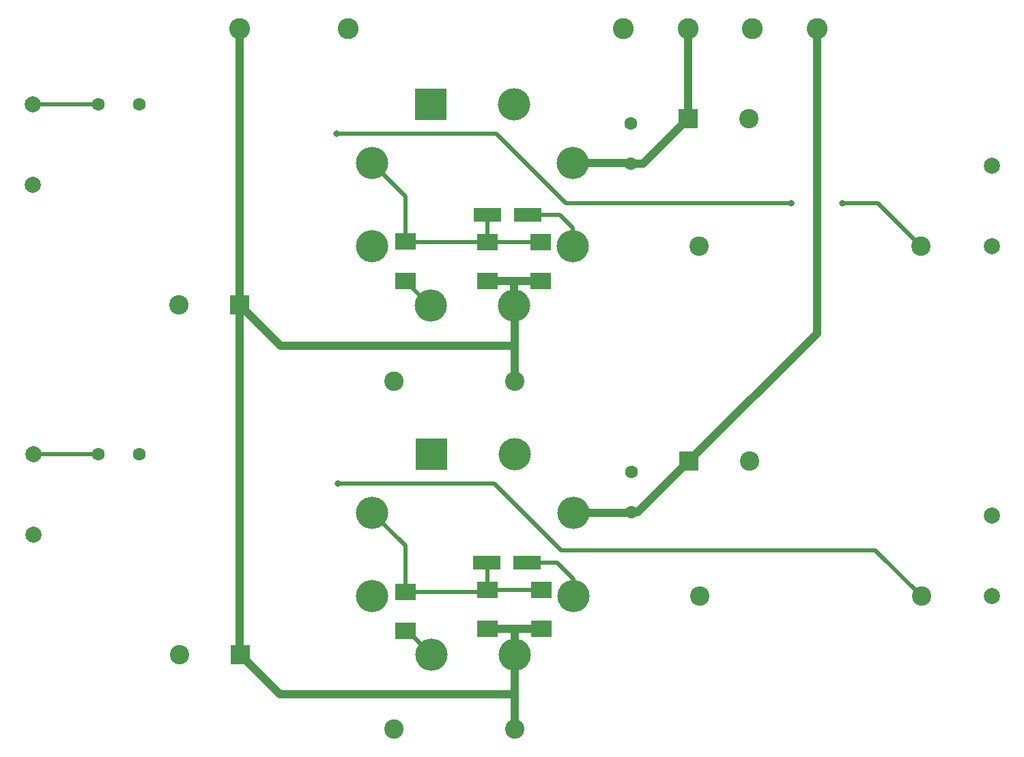
<source format=gbr>
G04 #@! TF.GenerationSoftware,KiCad,Pcbnew,(5.1.9-0-10_14)*
G04 #@! TF.CreationDate,2021-03-05T14:26:46+01:00*
G04 #@! TF.ProjectId,pre-amp-6SN7,7072652d-616d-4702-9d36-534e372e6b69,rev?*
G04 #@! TF.SameCoordinates,Original*
G04 #@! TF.FileFunction,Copper,L2,Bot*
G04 #@! TF.FilePolarity,Positive*
%FSLAX46Y46*%
G04 Gerber Fmt 4.6, Leading zero omitted, Abs format (unit mm)*
G04 Created by KiCad (PCBNEW (5.1.9-0-10_14)) date 2021-03-05 14:26:46*
%MOMM*%
%LPD*%
G01*
G04 APERTURE LIST*
G04 #@! TA.AperFunction,ComponentPad*
%ADD10R,4.000000X4.000000*%
G04 #@! TD*
G04 #@! TA.AperFunction,ComponentPad*
%ADD11O,4.000000X4.000000*%
G04 #@! TD*
G04 #@! TA.AperFunction,ComponentPad*
%ADD12C,4.000000*%
G04 #@! TD*
G04 #@! TA.AperFunction,SMDPad,CuDef*
%ADD13R,3.500000X1.800000*%
G04 #@! TD*
G04 #@! TA.AperFunction,ComponentPad*
%ADD14C,2.600000*%
G04 #@! TD*
G04 #@! TA.AperFunction,ComponentPad*
%ADD15C,2.400000*%
G04 #@! TD*
G04 #@! TA.AperFunction,SMDPad,CuDef*
%ADD16R,2.600000X2.100000*%
G04 #@! TD*
G04 #@! TA.AperFunction,ComponentPad*
%ADD17C,2.000000*%
G04 #@! TD*
G04 #@! TA.AperFunction,ComponentPad*
%ADD18R,2.400000X2.400000*%
G04 #@! TD*
G04 #@! TA.AperFunction,ComponentPad*
%ADD19C,1.600000*%
G04 #@! TD*
G04 #@! TA.AperFunction,ViaPad*
%ADD20C,0.800000*%
G04 #@! TD*
G04 #@! TA.AperFunction,Conductor*
%ADD21C,0.500000*%
G04 #@! TD*
G04 #@! TA.AperFunction,Conductor*
%ADD22C,1.000000*%
G04 #@! TD*
G04 APERTURE END LIST*
D10*
X92456000Y-80391000D03*
D11*
X85149853Y-87697147D03*
X85149853Y-98029599D03*
X92456000Y-105335746D03*
X102788452Y-105335746D03*
X110094599Y-98029599D03*
X110094599Y-87697147D03*
D12*
X102788452Y-80391000D03*
D13*
X99441000Y-94107000D03*
X104441000Y-94107000D03*
X99394000Y-137287000D03*
X104394000Y-137287000D03*
D14*
X132334000Y-70993000D03*
X124333000Y-70993000D03*
D15*
X125730000Y-98044000D03*
X153230000Y-98044000D03*
X87884000Y-114808000D03*
X102884000Y-114808000D03*
X125789000Y-141478000D03*
X153289000Y-141478000D03*
X87870000Y-157988000D03*
X102870000Y-157988000D03*
D10*
X92496774Y-123798627D03*
D11*
X85190627Y-131104774D03*
X85190627Y-141437226D03*
X92496774Y-148743373D03*
X102829226Y-148743373D03*
X110135373Y-141437226D03*
X110135373Y-131104774D03*
D12*
X102829226Y-123798627D03*
D16*
X89281000Y-97409000D03*
X89281000Y-102309000D03*
X106045000Y-97462000D03*
X106045000Y-102362000D03*
X99441000Y-97462000D03*
X99441000Y-102362000D03*
X89281000Y-140896000D03*
X89281000Y-145796000D03*
D17*
X162052000Y-88011000D03*
X162052000Y-98044000D03*
X43053000Y-90424000D03*
X43053000Y-80391000D03*
D15*
X61207000Y-105283000D03*
D18*
X68707000Y-105283000D03*
D15*
X131896500Y-82169000D03*
D18*
X124396500Y-82169000D03*
D19*
X117221000Y-82757000D03*
X117221000Y-87757000D03*
X51261000Y-80391000D03*
X56261000Y-80391000D03*
D15*
X131960000Y-124714000D03*
D18*
X124460000Y-124714000D03*
D19*
X117348000Y-126064000D03*
X117348000Y-131064000D03*
D14*
X116332000Y-70993000D03*
X140335000Y-70993000D03*
D16*
X106172000Y-140642000D03*
X106172000Y-145542000D03*
X99441000Y-140642000D03*
X99441000Y-145542000D03*
D17*
X162052000Y-131445000D03*
X162052000Y-141478000D03*
D14*
X82169000Y-70993000D03*
X68707000Y-70993000D03*
D17*
X43180000Y-133858000D03*
X43180000Y-123825000D03*
D15*
X61334000Y-148717000D03*
D18*
X68834000Y-148717000D03*
D19*
X51261000Y-123825000D03*
X56261000Y-123825000D03*
D20*
X80899000Y-127508000D03*
X80772000Y-84074000D03*
X137160000Y-92710000D03*
X143510000Y-92710000D03*
D21*
X51261000Y-123825000D02*
X43180000Y-123825000D01*
D22*
X68707000Y-70993000D02*
X68707000Y-105283000D01*
X68707000Y-148590000D02*
X68834000Y-148717000D01*
X68707000Y-105283000D02*
X68707000Y-148590000D01*
X102829226Y-157947226D02*
X102870000Y-157988000D01*
X102884000Y-105431294D02*
X102788452Y-105335746D01*
X102884000Y-110377000D02*
X73801000Y-110377000D01*
X102884000Y-114808000D02*
X102884000Y-110377000D01*
X73801000Y-110377000D02*
X68707000Y-105283000D01*
X102884000Y-110377000D02*
X102884000Y-105431294D01*
X73746226Y-153629226D02*
X68834000Y-148717000D01*
X102829226Y-153629226D02*
X73746226Y-153629226D01*
X102829226Y-148743373D02*
X102829226Y-153629226D01*
X102829226Y-153629226D02*
X102829226Y-157947226D01*
X102788452Y-105335746D02*
X102788452Y-102661452D01*
X102788452Y-102661452D02*
X102489000Y-102362000D01*
X102489000Y-102362000D02*
X106045000Y-102362000D01*
X99441000Y-102362000D02*
X102489000Y-102362000D01*
X102829226Y-148743373D02*
X102829226Y-145628226D01*
X102743000Y-145542000D02*
X99441000Y-145542000D01*
X102829226Y-145628226D02*
X102743000Y-145542000D01*
X106172000Y-145542000D02*
X102743000Y-145542000D01*
D21*
X104394000Y-137287000D02*
X108077000Y-137287000D01*
X110135373Y-139345373D02*
X110135373Y-141437226D01*
X108077000Y-137287000D02*
X110135373Y-139345373D01*
X80899000Y-127508000D02*
X100330000Y-127508000D01*
X100330000Y-127508000D02*
X108585000Y-135763000D01*
X147574000Y-135763000D02*
X153289000Y-141478000D01*
X108585000Y-135763000D02*
X147574000Y-135763000D01*
X43053000Y-80391000D02*
X51261000Y-80391000D01*
X104441000Y-94107000D02*
X108458000Y-94107000D01*
X110094599Y-95743599D02*
X110094599Y-98029599D01*
X108458000Y-94107000D02*
X110094599Y-95743599D01*
X80772000Y-84074000D02*
X100584000Y-84074000D01*
X109220000Y-92710000D02*
X137160000Y-92710000D01*
X100584000Y-84074000D02*
X109220000Y-92710000D01*
X147896000Y-92710000D02*
X153230000Y-98044000D01*
X143510000Y-92710000D02*
X147896000Y-92710000D01*
X89549401Y-145796000D02*
X92496774Y-148743373D01*
X89281000Y-145796000D02*
X89549401Y-145796000D01*
X92307746Y-105335746D02*
X89281000Y-102309000D01*
X92456000Y-105335746D02*
X92307746Y-105335746D01*
D22*
X117161147Y-87697147D02*
X117221000Y-87757000D01*
X110094599Y-87697147D02*
X117161147Y-87697147D01*
X118808500Y-87757000D02*
X124396500Y-82169000D01*
X117221000Y-87757000D02*
X118808500Y-87757000D01*
X124396500Y-71056500D02*
X124333000Y-70993000D01*
X124396500Y-82169000D02*
X124396500Y-71056500D01*
X117307226Y-131104774D02*
X117348000Y-131064000D01*
X110135373Y-131104774D02*
X117307226Y-131104774D01*
X118110000Y-131064000D02*
X124460000Y-124714000D01*
X117348000Y-131064000D02*
X118110000Y-131064000D01*
X124460000Y-124714000D02*
X140335000Y-108839000D01*
X140335000Y-108839000D02*
X140335000Y-70993000D01*
D21*
X89281000Y-135195147D02*
X85190627Y-131104774D01*
X89281000Y-140896000D02*
X89281000Y-135195147D01*
X99187000Y-140896000D02*
X99441000Y-140642000D01*
X89281000Y-140896000D02*
X99187000Y-140896000D01*
X99441000Y-137334000D02*
X99394000Y-137287000D01*
X99441000Y-140642000D02*
X99441000Y-137334000D01*
X106172000Y-140642000D02*
X99441000Y-140642000D01*
X89281000Y-91828294D02*
X85149853Y-87697147D01*
X89281000Y-97335000D02*
X89281000Y-91828294D01*
X89334000Y-97462000D02*
X89281000Y-97409000D01*
X99441000Y-97462000D02*
X89334000Y-97462000D01*
X99441000Y-97462000D02*
X99441000Y-94107000D01*
X99441000Y-97462000D02*
X106045000Y-97462000D01*
M02*

</source>
